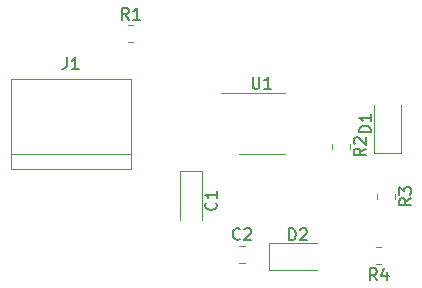
<source format=gbr>
%TF.GenerationSoftware,KiCad,Pcbnew,(6.0.10-0)*%
%TF.CreationDate,2023-02-17T12:23:13-08:00*%
%TF.ProjectId,exercise 4-2,65786572-6369-4736-9520-342d322e6b69,rev?*%
%TF.SameCoordinates,Original*%
%TF.FileFunction,Legend,Top*%
%TF.FilePolarity,Positive*%
%FSLAX46Y46*%
G04 Gerber Fmt 4.6, Leading zero omitted, Abs format (unit mm)*
G04 Created by KiCad (PCBNEW (6.0.10-0)) date 2023-02-17 12:23:13*
%MOMM*%
%LPD*%
G01*
G04 APERTURE LIST*
%ADD10C,0.150000*%
%ADD11C,0.120000*%
G04 APERTURE END LIST*
D10*
%TO.C,C2*%
X141319593Y-80857142D02*
X141271974Y-80904761D01*
X141129117Y-80952380D01*
X141033879Y-80952380D01*
X140891021Y-80904761D01*
X140795783Y-80809523D01*
X140748164Y-80714285D01*
X140700545Y-80523809D01*
X140700545Y-80380952D01*
X140748164Y-80190476D01*
X140795783Y-80095238D01*
X140891021Y-80000000D01*
X141033879Y-79952380D01*
X141129117Y-79952380D01*
X141271974Y-80000000D01*
X141319593Y-80047619D01*
X141700545Y-80047619D02*
X141748164Y-80000000D01*
X141843402Y-79952380D01*
X142081498Y-79952380D01*
X142176736Y-80000000D01*
X142224355Y-80047619D01*
X142271974Y-80142857D01*
X142271974Y-80238095D01*
X142224355Y-80380952D01*
X141652926Y-80952380D01*
X142271974Y-80952380D01*
%TO.C,R4*%
X152914525Y-84377380D02*
X152581192Y-83901190D01*
X152343096Y-84377380D02*
X152343096Y-83377380D01*
X152724049Y-83377380D01*
X152819287Y-83425000D01*
X152866906Y-83472619D01*
X152914525Y-83567857D01*
X152914525Y-83710714D01*
X152866906Y-83805952D01*
X152819287Y-83853571D01*
X152724049Y-83901190D01*
X152343096Y-83901190D01*
X153771668Y-83710714D02*
X153771668Y-84377380D01*
X153533572Y-83329761D02*
X153295477Y-84044047D01*
X153914525Y-84044047D01*
%TO.C,R1*%
X131913333Y-62302380D02*
X131580000Y-61826190D01*
X131341904Y-62302380D02*
X131341904Y-61302380D01*
X131722857Y-61302380D01*
X131818095Y-61350000D01*
X131865714Y-61397619D01*
X131913333Y-61492857D01*
X131913333Y-61635714D01*
X131865714Y-61730952D01*
X131818095Y-61778571D01*
X131722857Y-61826190D01*
X131341904Y-61826190D01*
X132865714Y-62302380D02*
X132294285Y-62302380D01*
X132580000Y-62302380D02*
X132580000Y-61302380D01*
X132484761Y-61445238D01*
X132389523Y-61540476D01*
X132294285Y-61588095D01*
%TO.C,U1*%
X142395595Y-67172380D02*
X142395595Y-67981904D01*
X142443214Y-68077142D01*
X142490833Y-68124761D01*
X142586071Y-68172380D01*
X142776547Y-68172380D01*
X142871785Y-68124761D01*
X142919404Y-68077142D01*
X142967023Y-67981904D01*
X142967023Y-67172380D01*
X143967023Y-68172380D02*
X143395595Y-68172380D01*
X143681309Y-68172380D02*
X143681309Y-67172380D01*
X143586071Y-67315238D01*
X143490833Y-67410476D01*
X143395595Y-67458095D01*
%TO.C,C1*%
X139267142Y-77804166D02*
X139314761Y-77851785D01*
X139362380Y-77994642D01*
X139362380Y-78089880D01*
X139314761Y-78232738D01*
X139219523Y-78327976D01*
X139124285Y-78375595D01*
X138933809Y-78423214D01*
X138790952Y-78423214D01*
X138600476Y-78375595D01*
X138505238Y-78327976D01*
X138410000Y-78232738D01*
X138362380Y-78089880D01*
X138362380Y-77994642D01*
X138410000Y-77851785D01*
X138457619Y-77804166D01*
X139362380Y-76851785D02*
X139362380Y-77423214D01*
X139362380Y-77137500D02*
X138362380Y-77137500D01*
X138505238Y-77232738D01*
X138600476Y-77327976D01*
X138648095Y-77423214D01*
%TO.C,D2*%
X145476904Y-80992380D02*
X145476904Y-79992380D01*
X145715000Y-79992380D01*
X145857857Y-80040000D01*
X145953095Y-80135238D01*
X146000714Y-80230476D01*
X146048333Y-80420952D01*
X146048333Y-80563809D01*
X146000714Y-80754285D01*
X145953095Y-80849523D01*
X145857857Y-80944761D01*
X145715000Y-80992380D01*
X145476904Y-80992380D01*
X146429285Y-80087619D02*
X146476904Y-80040000D01*
X146572142Y-79992380D01*
X146810238Y-79992380D01*
X146905476Y-80040000D01*
X146953095Y-80087619D01*
X147000714Y-80182857D01*
X147000714Y-80278095D01*
X146953095Y-80420952D01*
X146381666Y-80992380D01*
X147000714Y-80992380D01*
%TO.C,R2*%
X151971188Y-73225474D02*
X151494998Y-73558808D01*
X151971188Y-73796903D02*
X150971188Y-73796903D01*
X150971188Y-73415950D01*
X151018808Y-73320712D01*
X151066427Y-73273093D01*
X151161665Y-73225474D01*
X151304522Y-73225474D01*
X151399760Y-73273093D01*
X151447379Y-73320712D01*
X151494998Y-73415950D01*
X151494998Y-73796903D01*
X151066427Y-72844522D02*
X151018808Y-72796903D01*
X150971188Y-72701665D01*
X150971188Y-72463569D01*
X151018808Y-72368331D01*
X151066427Y-72320712D01*
X151161665Y-72273093D01*
X151256903Y-72273093D01*
X151399760Y-72320712D01*
X151971188Y-72892141D01*
X151971188Y-72273093D01*
%TO.C,J1*%
X126666666Y-65492380D02*
X126666666Y-66206666D01*
X126619047Y-66349523D01*
X126523809Y-66444761D01*
X126380952Y-66492380D01*
X126285714Y-66492380D01*
X127666666Y-66492380D02*
X127095238Y-66492380D01*
X127380952Y-66492380D02*
X127380952Y-65492380D01*
X127285714Y-65635238D01*
X127190476Y-65730476D01*
X127095238Y-65778095D01*
%TO.C,D1*%
X152417380Y-71858095D02*
X151417380Y-71858095D01*
X151417380Y-71620000D01*
X151465000Y-71477142D01*
X151560238Y-71381904D01*
X151655476Y-71334285D01*
X151845952Y-71286666D01*
X151988809Y-71286666D01*
X152179285Y-71334285D01*
X152274523Y-71381904D01*
X152369761Y-71477142D01*
X152417380Y-71620000D01*
X152417380Y-71858095D01*
X152417380Y-70334285D02*
X152417380Y-70905714D01*
X152417380Y-70620000D02*
X151417380Y-70620000D01*
X151560238Y-70715238D01*
X151655476Y-70810476D01*
X151703095Y-70905714D01*
%TO.C,R3*%
X155792380Y-77452538D02*
X155316190Y-77785872D01*
X155792380Y-78023967D02*
X154792380Y-78023967D01*
X154792380Y-77643014D01*
X154840000Y-77547776D01*
X154887619Y-77500157D01*
X154982857Y-77452538D01*
X155125714Y-77452538D01*
X155220952Y-77500157D01*
X155268571Y-77547776D01*
X155316190Y-77643014D01*
X155316190Y-78023967D01*
X154792380Y-77119205D02*
X154792380Y-76500157D01*
X155173333Y-76833491D01*
X155173333Y-76690633D01*
X155220952Y-76595395D01*
X155268571Y-76547776D01*
X155363809Y-76500157D01*
X155601904Y-76500157D01*
X155697142Y-76547776D01*
X155744761Y-76595395D01*
X155792380Y-76690633D01*
X155792380Y-76976348D01*
X155744761Y-77071586D01*
X155697142Y-77119205D01*
D11*
%TO.C,C2*%
X141225008Y-81445000D02*
X141747512Y-81445000D01*
X141225008Y-82915000D02*
X141747512Y-82915000D01*
%TO.C,R4*%
X153308256Y-81540000D02*
X152854128Y-81540000D01*
X153308256Y-83010000D02*
X152854128Y-83010000D01*
%TO.C,R1*%
X131852936Y-62765000D02*
X132307064Y-62765000D01*
X131852936Y-64235000D02*
X132307064Y-64235000D01*
%TO.C,U1*%
X143157500Y-68560000D02*
X145107500Y-68560000D01*
X143157500Y-73680000D02*
X145107500Y-73680000D01*
X143157500Y-73680000D02*
X141207500Y-73680000D01*
X143157500Y-68560000D02*
X139707500Y-68560000D01*
%TO.C,C1*%
X138095000Y-75152500D02*
X136225000Y-75152500D01*
X138095000Y-79237500D02*
X138095000Y-75152500D01*
X136225000Y-75152500D02*
X136225000Y-79237500D01*
%TO.C,D2*%
X143755000Y-81225000D02*
X143755000Y-83495000D01*
X147815000Y-81225000D02*
X143755000Y-81225000D01*
X143755000Y-83495000D02*
X147815000Y-83495000D01*
%TO.C,R2*%
X150603808Y-72831744D02*
X150603808Y-73285872D01*
X149133808Y-72831744D02*
X149133808Y-73285872D01*
%TO.C,J1*%
X132080000Y-74930000D02*
X132080000Y-67310000D01*
X121920000Y-74930000D02*
X132080000Y-74930000D01*
X132080000Y-67310000D02*
X121920000Y-67310000D01*
X121920000Y-67310000D02*
X121920000Y-74930000D01*
X132080000Y-73660000D02*
X121920000Y-73660000D01*
%TO.C,D1*%
X154920000Y-73580000D02*
X154920000Y-69520000D01*
X152650000Y-73580000D02*
X154920000Y-73580000D01*
X152650000Y-69520000D02*
X152650000Y-73580000D01*
%TO.C,R3*%
X152955000Y-77058808D02*
X152955000Y-77512936D01*
X154425000Y-77058808D02*
X154425000Y-77512936D01*
%TD*%
M02*

</source>
